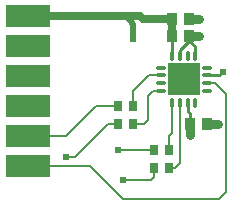
<source format=gtl>
G04 Layer_Physical_Order=1*
G04 Layer_Color=25308*
%FSLAX25Y25*%
%MOIN*%
G70*
G01*
G75*
%ADD10R,0.15000X0.07600*%
%ADD11R,0.03150X0.03740*%
%ADD12R,0.03740X0.04134*%
%ADD13R,0.10630X0.10630*%
%ADD14O,0.01378X0.03347*%
%ADD15O,0.03347X0.01378*%
%ADD16C,0.00600*%
%ADD17C,0.02500*%
%ADD18C,0.02000*%
%ADD19C,0.03000*%
%ADD20C,0.01000*%
%ADD21C,0.02400*%
%ADD22C,0.01969*%
D10*
X112500Y455000D02*
D03*
Y465000D02*
D03*
Y475000D02*
D03*
Y485000D02*
D03*
Y445000D02*
D03*
Y435000D02*
D03*
D11*
X147559Y449000D02*
D03*
X142441D02*
D03*
X147559Y455000D02*
D03*
X142441D02*
D03*
X159559Y440500D02*
D03*
X154441D02*
D03*
X159559Y434500D02*
D03*
X154441D02*
D03*
D12*
X160583Y478500D02*
D03*
X166291D02*
D03*
X160583Y484000D02*
D03*
X166291D02*
D03*
X166462Y449000D02*
D03*
X172170D02*
D03*
D13*
X164437Y464000D02*
D03*
D14*
X160598Y471776D02*
D03*
X163157D02*
D03*
X165717D02*
D03*
X168276D02*
D03*
Y456224D02*
D03*
X165717D02*
D03*
X163157D02*
D03*
X160598D02*
D03*
D15*
X172213Y467839D02*
D03*
Y465279D02*
D03*
Y462720D02*
D03*
Y460161D02*
D03*
X156661D02*
D03*
Y462720D02*
D03*
Y465279D02*
D03*
Y467839D02*
D03*
D16*
X176000Y424000D02*
X178500Y426500D01*
X144000Y424000D02*
X176000D01*
X133000Y435000D02*
X144000Y424000D01*
X139000Y449000D02*
X142441D01*
X128000Y438000D02*
X139000Y449000D01*
X125000Y438000D02*
X128000D01*
X154441Y431441D02*
Y434500D01*
X153500Y430500D02*
X154441Y431441D01*
X144000Y430500D02*
X153500D01*
X142500Y440500D02*
X154441D01*
X135000Y455000D02*
X142441D01*
X125000Y445000D02*
X135000Y455000D01*
X112500Y445000D02*
X125000D01*
X147559Y449000D02*
X151000D01*
X152500Y450500D01*
Y458500D01*
X154161Y460161D01*
X156661D01*
X152779Y465279D02*
X156661D01*
X147559Y460059D02*
X152779Y465279D01*
X147559Y455000D02*
Y460059D01*
X163157Y436158D02*
Y456224D01*
X161500Y434500D02*
X163157Y436158D01*
X159559Y434500D02*
X161500D01*
X159559Y440500D02*
Y445059D01*
X160598Y446098D01*
Y456224D01*
X178500Y426500D02*
Y459000D01*
X174779Y462720D02*
X178500Y459000D01*
X172213Y462720D02*
X174779D01*
X112500Y435000D02*
X133000D01*
D17*
X145000Y485000D02*
X149937D01*
X112500D02*
X145000D01*
X160583Y478500D02*
Y484000D01*
X149937Y485000D02*
X150937Y484000D01*
X160583D01*
D18*
X145000Y485000D02*
X147500Y482500D01*
Y477500D02*
Y482500D01*
D19*
X166462Y445538D02*
Y449000D01*
X166291Y478500D02*
X169437D01*
X166291Y484000D02*
X169437D01*
X172170Y449000D02*
X175816D01*
D20*
X166462D02*
X166500Y449038D01*
Y452500D01*
X165717Y453284D02*
X166500Y452500D01*
X176279Y465279D02*
X177500Y466500D01*
X172213Y465279D02*
X176279D01*
X166291Y476891D02*
X168276Y474907D01*
Y471776D02*
Y474907D01*
X166291Y476891D02*
Y478500D01*
X163157Y473758D02*
X166291Y476891D01*
X163157Y471776D02*
Y473758D01*
X165717Y453284D02*
Y456224D01*
X160583Y471791D02*
Y478500D01*
D21*
X147500Y477500D02*
D03*
X166500Y445500D02*
D03*
X144000Y430500D02*
D03*
X142500Y440500D02*
D03*
X125000Y438000D02*
D03*
X177500Y466500D02*
D03*
X169437Y484000D02*
D03*
Y478500D02*
D03*
X175816Y449000D02*
D03*
D22*
X168374Y460063D02*
D03*
X164437D02*
D03*
X160500D02*
D03*
X168374Y464000D02*
D03*
X164437D02*
D03*
X160500D02*
D03*
X168374Y467937D02*
D03*
X164437D02*
D03*
X160500D02*
D03*
M02*

</source>
